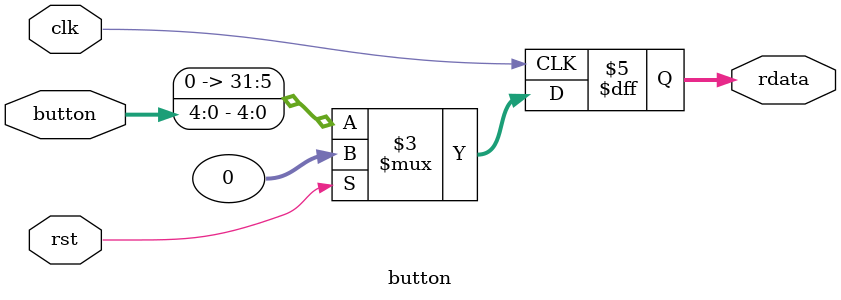
<source format=v>
`include "defines.vh"

module button (
    input  wire clk, 
    input  wire rst, 
    input  wire [ 4:0]  button,
    output reg  [31:0] rdata
);

    always @(posedge clk) begin
        if (rst) begin
            rdata <= 32'b0;
        end else begin
            rdata <= {27'b0, button};
        end
    end

endmodule 
</source>
